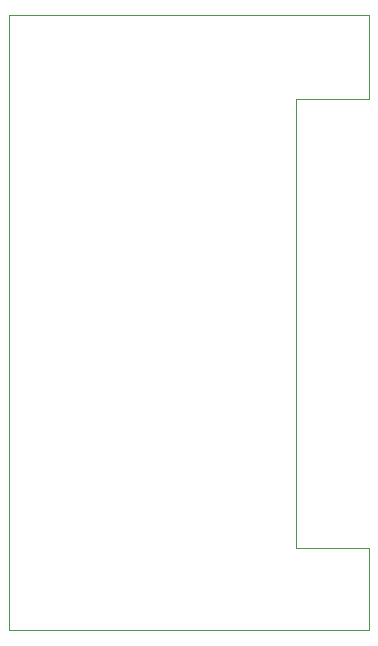
<source format=gm1>
%TF.GenerationSoftware,KiCad,Pcbnew,(5.1.12)-1*%
%TF.CreationDate,2022-01-26T00:14:16-03:00*%
%TF.ProjectId,BPS,4250532e-6b69-4636-9164-5f7063625858,3*%
%TF.SameCoordinates,Original*%
%TF.FileFunction,Profile,NP*%
%FSLAX46Y46*%
G04 Gerber Fmt 4.6, Leading zero omitted, Abs format (unit mm)*
G04 Created by KiCad (PCBNEW (5.1.12)-1) date 2022-01-26 00:14:16*
%MOMM*%
%LPD*%
G01*
G04 APERTURE LIST*
%TA.AperFunction,Profile*%
%ADD10C,0.050000*%
%TD*%
G04 APERTURE END LIST*
D10*
X144018000Y-101473000D02*
X113538000Y-101473000D01*
X144018000Y-108585000D02*
X144018000Y-101473000D01*
X137795000Y-108585000D02*
X144018000Y-108585000D01*
X137795000Y-146558000D02*
X137795000Y-108585000D01*
X144018000Y-146558000D02*
X137795000Y-146558000D01*
X144018000Y-153543000D02*
X144018000Y-146558000D01*
X113538000Y-153543000D02*
X144018000Y-153543000D01*
X113538000Y-101473000D02*
X113538000Y-153543000D01*
M02*

</source>
